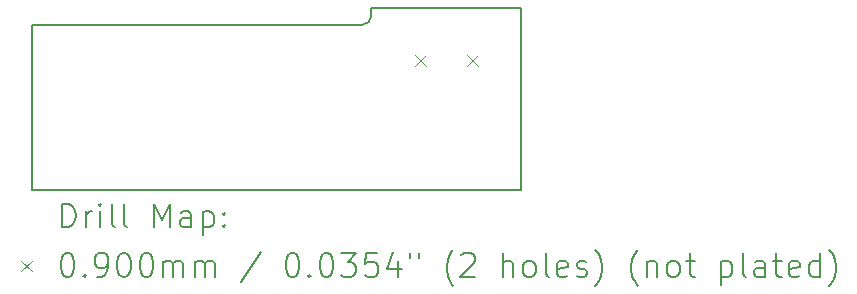
<source format=gbr>
%TF.GenerationSoftware,KiCad,Pcbnew,(6.0.7)*%
%TF.CreationDate,2023-02-22T13:34:53-04:00*%
%TF.ProjectId,Twitch Switch,54776974-6368-4205-9377-697463682e6b,1.1*%
%TF.SameCoordinates,Original*%
%TF.FileFunction,Drillmap*%
%TF.FilePolarity,Positive*%
%FSLAX45Y45*%
G04 Gerber Fmt 4.5, Leading zero omitted, Abs format (unit mm)*
G04 Created by KiCad (PCBNEW (6.0.7)) date 2023-02-22 13:34:53*
%MOMM*%
%LPD*%
G01*
G04 APERTURE LIST*
%ADD10C,0.152400*%
%ADD11C,0.200000*%
%ADD12C,0.090000*%
G04 APERTURE END LIST*
D10*
X16840200Y-11557000D02*
X12700000Y-11557000D01*
X15570200Y-10083800D02*
X15570200Y-10020300D01*
X16840200Y-10020300D02*
X16840200Y-11557000D01*
X12700000Y-11557000D02*
X12700000Y-10160000D01*
X12700000Y-10160000D02*
X15494000Y-10160000D01*
X15570200Y-10020300D02*
X16840200Y-10020300D01*
X15494000Y-10160000D02*
G75*
G03*
X15570200Y-10083800I0J76200D01*
G01*
D11*
D12*
X15940200Y-10419800D02*
X16030200Y-10509800D01*
X16030200Y-10419800D02*
X15940200Y-10509800D01*
X16380200Y-10419800D02*
X16470200Y-10509800D01*
X16470200Y-10419800D02*
X16380200Y-10509800D01*
D11*
X12949999Y-11875096D02*
X12949999Y-11675096D01*
X12997618Y-11675096D01*
X13026189Y-11684620D01*
X13045237Y-11703668D01*
X13054761Y-11722715D01*
X13064285Y-11760810D01*
X13064285Y-11789382D01*
X13054761Y-11827477D01*
X13045237Y-11846525D01*
X13026189Y-11865572D01*
X12997618Y-11875096D01*
X12949999Y-11875096D01*
X13149999Y-11875096D02*
X13149999Y-11741763D01*
X13149999Y-11779858D02*
X13159523Y-11760810D01*
X13169047Y-11751287D01*
X13188094Y-11741763D01*
X13207142Y-11741763D01*
X13273808Y-11875096D02*
X13273808Y-11741763D01*
X13273808Y-11675096D02*
X13264285Y-11684620D01*
X13273808Y-11694144D01*
X13283332Y-11684620D01*
X13273808Y-11675096D01*
X13273808Y-11694144D01*
X13397618Y-11875096D02*
X13378570Y-11865572D01*
X13369047Y-11846525D01*
X13369047Y-11675096D01*
X13502380Y-11875096D02*
X13483332Y-11865572D01*
X13473808Y-11846525D01*
X13473808Y-11675096D01*
X13730951Y-11875096D02*
X13730951Y-11675096D01*
X13797618Y-11817953D01*
X13864285Y-11675096D01*
X13864285Y-11875096D01*
X14045237Y-11875096D02*
X14045237Y-11770334D01*
X14035713Y-11751287D01*
X14016666Y-11741763D01*
X13978570Y-11741763D01*
X13959523Y-11751287D01*
X14045237Y-11865572D02*
X14026189Y-11875096D01*
X13978570Y-11875096D01*
X13959523Y-11865572D01*
X13949999Y-11846525D01*
X13949999Y-11827477D01*
X13959523Y-11808429D01*
X13978570Y-11798906D01*
X14026189Y-11798906D01*
X14045237Y-11789382D01*
X14140475Y-11741763D02*
X14140475Y-11941763D01*
X14140475Y-11751287D02*
X14159523Y-11741763D01*
X14197618Y-11741763D01*
X14216666Y-11751287D01*
X14226189Y-11760810D01*
X14235713Y-11779858D01*
X14235713Y-11837001D01*
X14226189Y-11856048D01*
X14216666Y-11865572D01*
X14197618Y-11875096D01*
X14159523Y-11875096D01*
X14140475Y-11865572D01*
X14321428Y-11856048D02*
X14330951Y-11865572D01*
X14321428Y-11875096D01*
X14311904Y-11865572D01*
X14321428Y-11856048D01*
X14321428Y-11875096D01*
X14321428Y-11751287D02*
X14330951Y-11760810D01*
X14321428Y-11770334D01*
X14311904Y-11760810D01*
X14321428Y-11751287D01*
X14321428Y-11770334D01*
D12*
X12602380Y-12159620D02*
X12692380Y-12249620D01*
X12692380Y-12159620D02*
X12602380Y-12249620D01*
D11*
X12988094Y-12095096D02*
X13007142Y-12095096D01*
X13026189Y-12104620D01*
X13035713Y-12114144D01*
X13045237Y-12133191D01*
X13054761Y-12171287D01*
X13054761Y-12218906D01*
X13045237Y-12257001D01*
X13035713Y-12276048D01*
X13026189Y-12285572D01*
X13007142Y-12295096D01*
X12988094Y-12295096D01*
X12969047Y-12285572D01*
X12959523Y-12276048D01*
X12949999Y-12257001D01*
X12940475Y-12218906D01*
X12940475Y-12171287D01*
X12949999Y-12133191D01*
X12959523Y-12114144D01*
X12969047Y-12104620D01*
X12988094Y-12095096D01*
X13140475Y-12276048D02*
X13149999Y-12285572D01*
X13140475Y-12295096D01*
X13130951Y-12285572D01*
X13140475Y-12276048D01*
X13140475Y-12295096D01*
X13245237Y-12295096D02*
X13283332Y-12295096D01*
X13302380Y-12285572D01*
X13311904Y-12276048D01*
X13330951Y-12247477D01*
X13340475Y-12209382D01*
X13340475Y-12133191D01*
X13330951Y-12114144D01*
X13321428Y-12104620D01*
X13302380Y-12095096D01*
X13264285Y-12095096D01*
X13245237Y-12104620D01*
X13235713Y-12114144D01*
X13226189Y-12133191D01*
X13226189Y-12180810D01*
X13235713Y-12199858D01*
X13245237Y-12209382D01*
X13264285Y-12218906D01*
X13302380Y-12218906D01*
X13321428Y-12209382D01*
X13330951Y-12199858D01*
X13340475Y-12180810D01*
X13464285Y-12095096D02*
X13483332Y-12095096D01*
X13502380Y-12104620D01*
X13511904Y-12114144D01*
X13521428Y-12133191D01*
X13530951Y-12171287D01*
X13530951Y-12218906D01*
X13521428Y-12257001D01*
X13511904Y-12276048D01*
X13502380Y-12285572D01*
X13483332Y-12295096D01*
X13464285Y-12295096D01*
X13445237Y-12285572D01*
X13435713Y-12276048D01*
X13426189Y-12257001D01*
X13416666Y-12218906D01*
X13416666Y-12171287D01*
X13426189Y-12133191D01*
X13435713Y-12114144D01*
X13445237Y-12104620D01*
X13464285Y-12095096D01*
X13654761Y-12095096D02*
X13673808Y-12095096D01*
X13692856Y-12104620D01*
X13702380Y-12114144D01*
X13711904Y-12133191D01*
X13721428Y-12171287D01*
X13721428Y-12218906D01*
X13711904Y-12257001D01*
X13702380Y-12276048D01*
X13692856Y-12285572D01*
X13673808Y-12295096D01*
X13654761Y-12295096D01*
X13635713Y-12285572D01*
X13626189Y-12276048D01*
X13616666Y-12257001D01*
X13607142Y-12218906D01*
X13607142Y-12171287D01*
X13616666Y-12133191D01*
X13626189Y-12114144D01*
X13635713Y-12104620D01*
X13654761Y-12095096D01*
X13807142Y-12295096D02*
X13807142Y-12161763D01*
X13807142Y-12180810D02*
X13816666Y-12171287D01*
X13835713Y-12161763D01*
X13864285Y-12161763D01*
X13883332Y-12171287D01*
X13892856Y-12190334D01*
X13892856Y-12295096D01*
X13892856Y-12190334D02*
X13902380Y-12171287D01*
X13921428Y-12161763D01*
X13949999Y-12161763D01*
X13969047Y-12171287D01*
X13978570Y-12190334D01*
X13978570Y-12295096D01*
X14073808Y-12295096D02*
X14073808Y-12161763D01*
X14073808Y-12180810D02*
X14083332Y-12171287D01*
X14102380Y-12161763D01*
X14130951Y-12161763D01*
X14149999Y-12171287D01*
X14159523Y-12190334D01*
X14159523Y-12295096D01*
X14159523Y-12190334D02*
X14169047Y-12171287D01*
X14188094Y-12161763D01*
X14216666Y-12161763D01*
X14235713Y-12171287D01*
X14245237Y-12190334D01*
X14245237Y-12295096D01*
X14635713Y-12085572D02*
X14464285Y-12342715D01*
X14892856Y-12095096D02*
X14911904Y-12095096D01*
X14930951Y-12104620D01*
X14940475Y-12114144D01*
X14949999Y-12133191D01*
X14959523Y-12171287D01*
X14959523Y-12218906D01*
X14949999Y-12257001D01*
X14940475Y-12276048D01*
X14930951Y-12285572D01*
X14911904Y-12295096D01*
X14892856Y-12295096D01*
X14873808Y-12285572D01*
X14864285Y-12276048D01*
X14854761Y-12257001D01*
X14845237Y-12218906D01*
X14845237Y-12171287D01*
X14854761Y-12133191D01*
X14864285Y-12114144D01*
X14873808Y-12104620D01*
X14892856Y-12095096D01*
X15045237Y-12276048D02*
X15054761Y-12285572D01*
X15045237Y-12295096D01*
X15035713Y-12285572D01*
X15045237Y-12276048D01*
X15045237Y-12295096D01*
X15178570Y-12095096D02*
X15197618Y-12095096D01*
X15216666Y-12104620D01*
X15226189Y-12114144D01*
X15235713Y-12133191D01*
X15245237Y-12171287D01*
X15245237Y-12218906D01*
X15235713Y-12257001D01*
X15226189Y-12276048D01*
X15216666Y-12285572D01*
X15197618Y-12295096D01*
X15178570Y-12295096D01*
X15159523Y-12285572D01*
X15149999Y-12276048D01*
X15140475Y-12257001D01*
X15130951Y-12218906D01*
X15130951Y-12171287D01*
X15140475Y-12133191D01*
X15149999Y-12114144D01*
X15159523Y-12104620D01*
X15178570Y-12095096D01*
X15311904Y-12095096D02*
X15435713Y-12095096D01*
X15369047Y-12171287D01*
X15397618Y-12171287D01*
X15416666Y-12180810D01*
X15426189Y-12190334D01*
X15435713Y-12209382D01*
X15435713Y-12257001D01*
X15426189Y-12276048D01*
X15416666Y-12285572D01*
X15397618Y-12295096D01*
X15340475Y-12295096D01*
X15321428Y-12285572D01*
X15311904Y-12276048D01*
X15616666Y-12095096D02*
X15521428Y-12095096D01*
X15511904Y-12190334D01*
X15521428Y-12180810D01*
X15540475Y-12171287D01*
X15588094Y-12171287D01*
X15607142Y-12180810D01*
X15616666Y-12190334D01*
X15626189Y-12209382D01*
X15626189Y-12257001D01*
X15616666Y-12276048D01*
X15607142Y-12285572D01*
X15588094Y-12295096D01*
X15540475Y-12295096D01*
X15521428Y-12285572D01*
X15511904Y-12276048D01*
X15797618Y-12161763D02*
X15797618Y-12295096D01*
X15749999Y-12085572D02*
X15702380Y-12228429D01*
X15826189Y-12228429D01*
X15892856Y-12095096D02*
X15892856Y-12133191D01*
X15969047Y-12095096D02*
X15969047Y-12133191D01*
X16264285Y-12371287D02*
X16254761Y-12361763D01*
X16235713Y-12333191D01*
X16226189Y-12314144D01*
X16216666Y-12285572D01*
X16207142Y-12237953D01*
X16207142Y-12199858D01*
X16216666Y-12152239D01*
X16226189Y-12123668D01*
X16235713Y-12104620D01*
X16254761Y-12076048D01*
X16264285Y-12066525D01*
X16330951Y-12114144D02*
X16340475Y-12104620D01*
X16359523Y-12095096D01*
X16407142Y-12095096D01*
X16426189Y-12104620D01*
X16435713Y-12114144D01*
X16445237Y-12133191D01*
X16445237Y-12152239D01*
X16435713Y-12180810D01*
X16321428Y-12295096D01*
X16445237Y-12295096D01*
X16683332Y-12295096D02*
X16683332Y-12095096D01*
X16769047Y-12295096D02*
X16769047Y-12190334D01*
X16759523Y-12171287D01*
X16740475Y-12161763D01*
X16711904Y-12161763D01*
X16692856Y-12171287D01*
X16683332Y-12180810D01*
X16892856Y-12295096D02*
X16873809Y-12285572D01*
X16864285Y-12276048D01*
X16854761Y-12257001D01*
X16854761Y-12199858D01*
X16864285Y-12180810D01*
X16873809Y-12171287D01*
X16892856Y-12161763D01*
X16921428Y-12161763D01*
X16940475Y-12171287D01*
X16949999Y-12180810D01*
X16959523Y-12199858D01*
X16959523Y-12257001D01*
X16949999Y-12276048D01*
X16940475Y-12285572D01*
X16921428Y-12295096D01*
X16892856Y-12295096D01*
X17073809Y-12295096D02*
X17054761Y-12285572D01*
X17045237Y-12266525D01*
X17045237Y-12095096D01*
X17226190Y-12285572D02*
X17207142Y-12295096D01*
X17169047Y-12295096D01*
X17149999Y-12285572D01*
X17140475Y-12266525D01*
X17140475Y-12190334D01*
X17149999Y-12171287D01*
X17169047Y-12161763D01*
X17207142Y-12161763D01*
X17226190Y-12171287D01*
X17235713Y-12190334D01*
X17235713Y-12209382D01*
X17140475Y-12228429D01*
X17311904Y-12285572D02*
X17330951Y-12295096D01*
X17369047Y-12295096D01*
X17388094Y-12285572D01*
X17397618Y-12266525D01*
X17397618Y-12257001D01*
X17388094Y-12237953D01*
X17369047Y-12228429D01*
X17340475Y-12228429D01*
X17321428Y-12218906D01*
X17311904Y-12199858D01*
X17311904Y-12190334D01*
X17321428Y-12171287D01*
X17340475Y-12161763D01*
X17369047Y-12161763D01*
X17388094Y-12171287D01*
X17464285Y-12371287D02*
X17473809Y-12361763D01*
X17492856Y-12333191D01*
X17502380Y-12314144D01*
X17511904Y-12285572D01*
X17521428Y-12237953D01*
X17521428Y-12199858D01*
X17511904Y-12152239D01*
X17502380Y-12123668D01*
X17492856Y-12104620D01*
X17473809Y-12076048D01*
X17464285Y-12066525D01*
X17826190Y-12371287D02*
X17816666Y-12361763D01*
X17797618Y-12333191D01*
X17788094Y-12314144D01*
X17778570Y-12285572D01*
X17769047Y-12237953D01*
X17769047Y-12199858D01*
X17778570Y-12152239D01*
X17788094Y-12123668D01*
X17797618Y-12104620D01*
X17816666Y-12076048D01*
X17826190Y-12066525D01*
X17902380Y-12161763D02*
X17902380Y-12295096D01*
X17902380Y-12180810D02*
X17911904Y-12171287D01*
X17930951Y-12161763D01*
X17959523Y-12161763D01*
X17978570Y-12171287D01*
X17988094Y-12190334D01*
X17988094Y-12295096D01*
X18111904Y-12295096D02*
X18092856Y-12285572D01*
X18083332Y-12276048D01*
X18073809Y-12257001D01*
X18073809Y-12199858D01*
X18083332Y-12180810D01*
X18092856Y-12171287D01*
X18111904Y-12161763D01*
X18140475Y-12161763D01*
X18159523Y-12171287D01*
X18169047Y-12180810D01*
X18178570Y-12199858D01*
X18178570Y-12257001D01*
X18169047Y-12276048D01*
X18159523Y-12285572D01*
X18140475Y-12295096D01*
X18111904Y-12295096D01*
X18235713Y-12161763D02*
X18311904Y-12161763D01*
X18264285Y-12095096D02*
X18264285Y-12266525D01*
X18273809Y-12285572D01*
X18292856Y-12295096D01*
X18311904Y-12295096D01*
X18530951Y-12161763D02*
X18530951Y-12361763D01*
X18530951Y-12171287D02*
X18549999Y-12161763D01*
X18588094Y-12161763D01*
X18607142Y-12171287D01*
X18616666Y-12180810D01*
X18626190Y-12199858D01*
X18626190Y-12257001D01*
X18616666Y-12276048D01*
X18607142Y-12285572D01*
X18588094Y-12295096D01*
X18549999Y-12295096D01*
X18530951Y-12285572D01*
X18740475Y-12295096D02*
X18721428Y-12285572D01*
X18711904Y-12266525D01*
X18711904Y-12095096D01*
X18902380Y-12295096D02*
X18902380Y-12190334D01*
X18892856Y-12171287D01*
X18873809Y-12161763D01*
X18835713Y-12161763D01*
X18816666Y-12171287D01*
X18902380Y-12285572D02*
X18883332Y-12295096D01*
X18835713Y-12295096D01*
X18816666Y-12285572D01*
X18807142Y-12266525D01*
X18807142Y-12247477D01*
X18816666Y-12228429D01*
X18835713Y-12218906D01*
X18883332Y-12218906D01*
X18902380Y-12209382D01*
X18969047Y-12161763D02*
X19045237Y-12161763D01*
X18997618Y-12095096D02*
X18997618Y-12266525D01*
X19007142Y-12285572D01*
X19026190Y-12295096D01*
X19045237Y-12295096D01*
X19188094Y-12285572D02*
X19169047Y-12295096D01*
X19130951Y-12295096D01*
X19111904Y-12285572D01*
X19102380Y-12266525D01*
X19102380Y-12190334D01*
X19111904Y-12171287D01*
X19130951Y-12161763D01*
X19169047Y-12161763D01*
X19188094Y-12171287D01*
X19197618Y-12190334D01*
X19197618Y-12209382D01*
X19102380Y-12228429D01*
X19369047Y-12295096D02*
X19369047Y-12095096D01*
X19369047Y-12285572D02*
X19349999Y-12295096D01*
X19311904Y-12295096D01*
X19292856Y-12285572D01*
X19283332Y-12276048D01*
X19273809Y-12257001D01*
X19273809Y-12199858D01*
X19283332Y-12180810D01*
X19292856Y-12171287D01*
X19311904Y-12161763D01*
X19349999Y-12161763D01*
X19369047Y-12171287D01*
X19445237Y-12371287D02*
X19454761Y-12361763D01*
X19473809Y-12333191D01*
X19483332Y-12314144D01*
X19492856Y-12285572D01*
X19502380Y-12237953D01*
X19502380Y-12199858D01*
X19492856Y-12152239D01*
X19483332Y-12123668D01*
X19473809Y-12104620D01*
X19454761Y-12076048D01*
X19445237Y-12066525D01*
M02*

</source>
